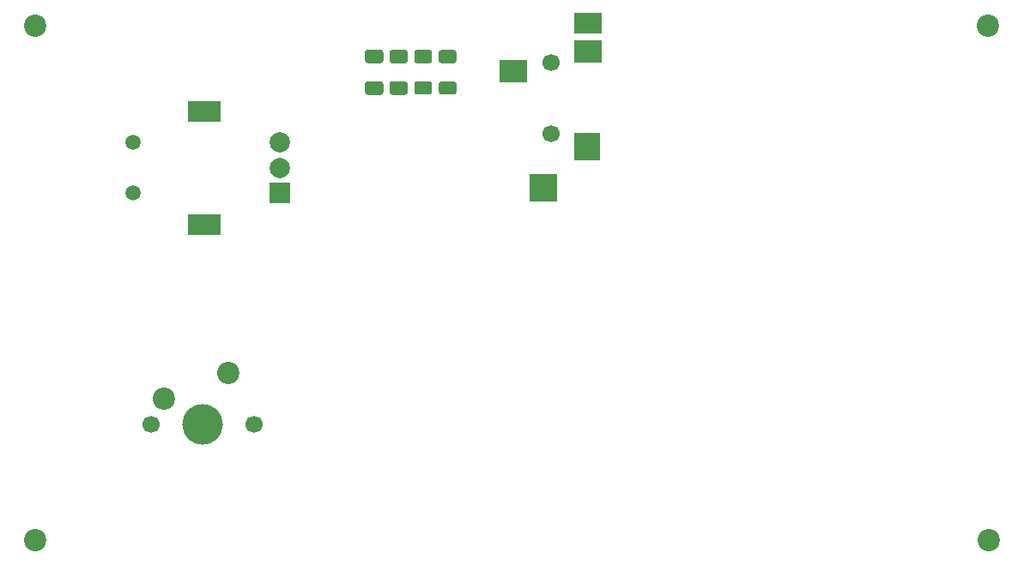
<source format=gbs>
G04 #@! TF.GenerationSoftware,KiCad,Pcbnew,(5.1.7)-1*
G04 #@! TF.CreationDate,2021-04-25T15:55:36-07:00*
G04 #@! TF.ProjectId,daughter_board,64617567-6874-4657-925f-626f6172642e,rev?*
G04 #@! TF.SameCoordinates,Original*
G04 #@! TF.FileFunction,Soldermask,Bot*
G04 #@! TF.FilePolarity,Negative*
%FSLAX46Y46*%
G04 Gerber Fmt 4.6, Leading zero omitted, Abs format (unit mm)*
G04 Created by KiCad (PCBNEW (5.1.7)-1) date 2021-04-25 15:55:36*
%MOMM*%
%LPD*%
G01*
G04 APERTURE LIST*
%ADD10C,2.200000*%
%ADD11C,4.000000*%
%ADD12C,1.700000*%
%ADD13C,1.500000*%
%ADD14R,3.200000X2.000000*%
%ADD15C,2.000000*%
%ADD16R,2.000000X2.000000*%
%ADD17R,2.800000X2.000000*%
%ADD18R,2.600000X2.800000*%
%ADD19R,2.800000X2.200000*%
%ADD20R,2.800000X2.800000*%
G04 APERTURE END LIST*
D10*
X127000000Y-119380000D03*
X221030800Y-119329200D03*
X220980000Y-68580000D03*
X127000000Y-68580000D03*
G36*
G01*
X161051003Y-75377000D02*
X159750997Y-75377000D01*
G75*
G02*
X159501000Y-75127003I0J249997D01*
G01*
X159501000Y-74301997D01*
G75*
G02*
X159750997Y-74052000I249997J0D01*
G01*
X161051003Y-74052000D01*
G75*
G02*
X161301000Y-74301997I0J-249997D01*
G01*
X161301000Y-75127003D01*
G75*
G02*
X161051003Y-75377000I-249997J0D01*
G01*
G37*
G36*
G01*
X161051003Y-72252000D02*
X159750997Y-72252000D01*
G75*
G02*
X159501000Y-72002003I0J249997D01*
G01*
X159501000Y-71176997D01*
G75*
G02*
X159750997Y-70927000I249997J0D01*
G01*
X161051003Y-70927000D01*
G75*
G02*
X161301000Y-71176997I0J-249997D01*
G01*
X161301000Y-72002003D01*
G75*
G02*
X161051003Y-72252000I-249997J0D01*
G01*
G37*
G36*
G01*
X163464003Y-72252000D02*
X162163997Y-72252000D01*
G75*
G02*
X161914000Y-72002003I0J249997D01*
G01*
X161914000Y-71176997D01*
G75*
G02*
X162163997Y-70927000I249997J0D01*
G01*
X163464003Y-70927000D01*
G75*
G02*
X163714000Y-71176997I0J-249997D01*
G01*
X163714000Y-72002003D01*
G75*
G02*
X163464003Y-72252000I-249997J0D01*
G01*
G37*
G36*
G01*
X163464003Y-75377000D02*
X162163997Y-75377000D01*
G75*
G02*
X161914000Y-75127003I0J249997D01*
G01*
X161914000Y-74301997D01*
G75*
G02*
X162163997Y-74052000I249997J0D01*
G01*
X163464003Y-74052000D01*
G75*
G02*
X163714000Y-74301997I0J-249997D01*
G01*
X163714000Y-75127003D01*
G75*
G02*
X163464003Y-75377000I-249997J0D01*
G01*
G37*
G36*
G01*
X168265001Y-75352000D02*
X167014999Y-75352000D01*
G75*
G02*
X166765000Y-75102001I0J249999D01*
G01*
X166765000Y-74301999D01*
G75*
G02*
X167014999Y-74052000I249999J0D01*
G01*
X168265001Y-74052000D01*
G75*
G02*
X168515000Y-74301999I0J-249999D01*
G01*
X168515000Y-75102001D01*
G75*
G02*
X168265001Y-75352000I-249999J0D01*
G01*
G37*
G36*
G01*
X168265001Y-72252000D02*
X167014999Y-72252000D01*
G75*
G02*
X166765000Y-72002001I0J249999D01*
G01*
X166765000Y-71201999D01*
G75*
G02*
X167014999Y-70952000I249999J0D01*
G01*
X168265001Y-70952000D01*
G75*
G02*
X168515000Y-71201999I0J-249999D01*
G01*
X168515000Y-72002001D01*
G75*
G02*
X168265001Y-72252000I-249999J0D01*
G01*
G37*
G36*
G01*
X165852001Y-72252000D02*
X164601999Y-72252000D01*
G75*
G02*
X164352000Y-72002001I0J249999D01*
G01*
X164352000Y-71201999D01*
G75*
G02*
X164601999Y-70952000I249999J0D01*
G01*
X165852001Y-70952000D01*
G75*
G02*
X166102000Y-71201999I0J-249999D01*
G01*
X166102000Y-72002001D01*
G75*
G02*
X165852001Y-72252000I-249999J0D01*
G01*
G37*
G36*
G01*
X165852001Y-75352000D02*
X164601999Y-75352000D01*
G75*
G02*
X164352000Y-75102001I0J249999D01*
G01*
X164352000Y-74301999D01*
G75*
G02*
X164601999Y-74052000I249999J0D01*
G01*
X165852001Y-74052000D01*
G75*
G02*
X166102000Y-74301999I0J-249999D01*
G01*
X166102000Y-75102001D01*
G75*
G02*
X165852001Y-75352000I-249999J0D01*
G01*
G37*
X146050000Y-102870000D03*
X139700000Y-105410000D03*
D11*
X143510000Y-107950000D03*
D12*
X138430000Y-107950000D03*
X148590000Y-107950000D03*
D13*
X136630000Y-80090000D03*
X136630000Y-85090000D03*
D14*
X143630000Y-76990000D03*
X143630000Y-88190000D03*
D15*
X151130000Y-80090000D03*
X151130000Y-82590000D03*
D16*
X151130000Y-85090000D03*
D17*
X181525400Y-68326100D03*
D18*
X181425400Y-80526100D03*
D19*
X174125400Y-73026100D03*
X181525400Y-71126100D03*
D12*
X177825400Y-72226100D03*
X177825400Y-79226100D03*
D20*
X177075400Y-84526100D03*
M02*

</source>
